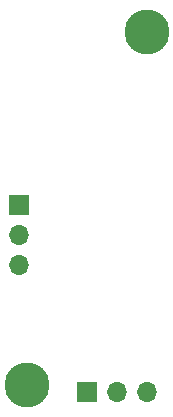
<source format=gbr>
%TF.GenerationSoftware,KiCad,Pcbnew,(6.0.7-1)-1*%
%TF.CreationDate,2023-04-05T16:12:30-04:00*%
%TF.ProjectId,Seth'sEMG,53657468-2773-4454-9d47-2e6b69636164,rev?*%
%TF.SameCoordinates,Original*%
%TF.FileFunction,Soldermask,Bot*%
%TF.FilePolarity,Negative*%
%FSLAX46Y46*%
G04 Gerber Fmt 4.6, Leading zero omitted, Abs format (unit mm)*
G04 Created by KiCad (PCBNEW (6.0.7-1)-1) date 2023-04-05 16:12:30*
%MOMM*%
%LPD*%
G01*
G04 APERTURE LIST*
%ADD10R,1.700000X1.700000*%
%ADD11O,1.700000X1.700000*%
%ADD12C,3.800000*%
G04 APERTURE END LIST*
D10*
%TO.C,J3*%
X151145000Y-123825000D03*
D11*
X153685000Y-123825000D03*
X156225000Y-123825000D03*
%TD*%
D12*
%TO.C,J5*%
X156210000Y-93345000D03*
%TD*%
D10*
%TO.C,J1*%
X145415000Y-107965000D03*
D11*
X145415000Y-110505000D03*
X145415000Y-113045000D03*
%TD*%
D12*
%TO.C,J6*%
X146050000Y-123190000D03*
%TD*%
M02*

</source>
